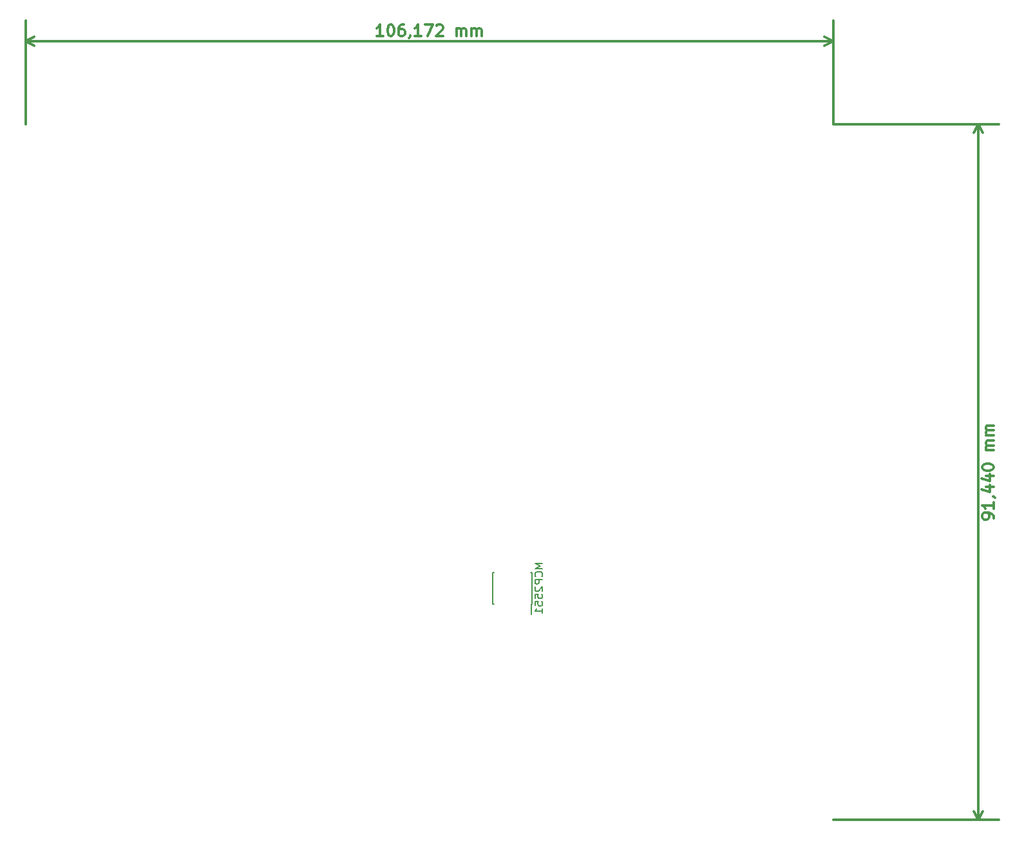
<source format=gbo>
G04 #@! TF.GenerationSoftware,KiCad,Pcbnew,5.0.0-rc1-44a33f2~62~ubuntu16.04.1*
G04 #@! TF.CreationDate,2018-05-19T12:26:42+02:00*
G04 #@! TF.ProjectId,shield2018,736869656C64323031382E6B69636164,1.0*
G04 #@! TF.SameCoordinates,Original*
G04 #@! TF.FileFunction,Legend,Bot*
G04 #@! TF.FilePolarity,Positive*
%FSLAX46Y46*%
G04 Gerber Fmt 4.6, Leading zero omitted, Abs format (unit mm)*
G04 Created by KiCad (PCBNEW 5.0.0-rc1-44a33f2~62~ubuntu16.04.1) date Sat May 19 12:26:42 2018*
%MOMM*%
%LPD*%
G01*
G04 APERTURE LIST*
%ADD10C,0.300000*%
%ADD11C,0.150000*%
G04 APERTURE END LIST*
D10*
X104926571Y-59526572D02*
X104069428Y-59526572D01*
X104498000Y-59526572D02*
X104498000Y-58026572D01*
X104355142Y-58240858D01*
X104212285Y-58383715D01*
X104069428Y-58455143D01*
X105855142Y-58026572D02*
X105998000Y-58026572D01*
X106140857Y-58098001D01*
X106212285Y-58169429D01*
X106283714Y-58312286D01*
X106355142Y-58598001D01*
X106355142Y-58955143D01*
X106283714Y-59240858D01*
X106212285Y-59383715D01*
X106140857Y-59455143D01*
X105998000Y-59526572D01*
X105855142Y-59526572D01*
X105712285Y-59455143D01*
X105640857Y-59383715D01*
X105569428Y-59240858D01*
X105498000Y-58955143D01*
X105498000Y-58598001D01*
X105569428Y-58312286D01*
X105640857Y-58169429D01*
X105712285Y-58098001D01*
X105855142Y-58026572D01*
X107640857Y-58026572D02*
X107355142Y-58026572D01*
X107212285Y-58098001D01*
X107140857Y-58169429D01*
X106998000Y-58383715D01*
X106926571Y-58669429D01*
X106926571Y-59240858D01*
X106998000Y-59383715D01*
X107069428Y-59455143D01*
X107212285Y-59526572D01*
X107498000Y-59526572D01*
X107640857Y-59455143D01*
X107712285Y-59383715D01*
X107783714Y-59240858D01*
X107783714Y-58883715D01*
X107712285Y-58740858D01*
X107640857Y-58669429D01*
X107498000Y-58598001D01*
X107212285Y-58598001D01*
X107069428Y-58669429D01*
X106998000Y-58740858D01*
X106926571Y-58883715D01*
X108498000Y-59455143D02*
X108498000Y-59526572D01*
X108426571Y-59669429D01*
X108355142Y-59740858D01*
X109926571Y-59526572D02*
X109069428Y-59526572D01*
X109498000Y-59526572D02*
X109498000Y-58026572D01*
X109355142Y-58240858D01*
X109212285Y-58383715D01*
X109069428Y-58455143D01*
X110426571Y-58026572D02*
X111426571Y-58026572D01*
X110783714Y-59526572D01*
X111926571Y-58169429D02*
X111998000Y-58098001D01*
X112140857Y-58026572D01*
X112498000Y-58026572D01*
X112640857Y-58098001D01*
X112712285Y-58169429D01*
X112783714Y-58312286D01*
X112783714Y-58455143D01*
X112712285Y-58669429D01*
X111855142Y-59526572D01*
X112783714Y-59526572D01*
X114569428Y-59526572D02*
X114569428Y-58526572D01*
X114569428Y-58669429D02*
X114640857Y-58598001D01*
X114783714Y-58526572D01*
X114998000Y-58526572D01*
X115140857Y-58598001D01*
X115212285Y-58740858D01*
X115212285Y-59526572D01*
X115212285Y-58740858D02*
X115283714Y-58598001D01*
X115426571Y-58526572D01*
X115640857Y-58526572D01*
X115783714Y-58598001D01*
X115855142Y-58740858D01*
X115855142Y-59526572D01*
X116569428Y-59526572D02*
X116569428Y-58526572D01*
X116569428Y-58669429D02*
X116640857Y-58598001D01*
X116783714Y-58526572D01*
X116998000Y-58526572D01*
X117140857Y-58598001D01*
X117212285Y-58740858D01*
X117212285Y-59526572D01*
X117212285Y-58740858D02*
X117283714Y-58598001D01*
X117426571Y-58526572D01*
X117640857Y-58526572D01*
X117783714Y-58598001D01*
X117855142Y-58740858D01*
X117855142Y-59526572D01*
X164084000Y-60198001D02*
X57912000Y-60198001D01*
X164084000Y-71120000D02*
X164084000Y-57498001D01*
X57912000Y-71120000D02*
X57912000Y-57498001D01*
X57912000Y-60198001D02*
X59038504Y-59611580D01*
X57912000Y-60198001D02*
X59038504Y-60784422D01*
X164084000Y-60198001D02*
X162957496Y-59611580D01*
X164084000Y-60198001D02*
X162957496Y-60784422D01*
X185162571Y-122911428D02*
X185162571Y-122625714D01*
X185091142Y-122482857D01*
X185019714Y-122411428D01*
X184805428Y-122268571D01*
X184519714Y-122197142D01*
X183948285Y-122197142D01*
X183805428Y-122268571D01*
X183734000Y-122340000D01*
X183662571Y-122482857D01*
X183662571Y-122768571D01*
X183734000Y-122911428D01*
X183805428Y-122982857D01*
X183948285Y-123054285D01*
X184305428Y-123054285D01*
X184448285Y-122982857D01*
X184519714Y-122911428D01*
X184591142Y-122768571D01*
X184591142Y-122482857D01*
X184519714Y-122340000D01*
X184448285Y-122268571D01*
X184305428Y-122197142D01*
X185162571Y-120768571D02*
X185162571Y-121625714D01*
X185162571Y-121197142D02*
X183662571Y-121197142D01*
X183876857Y-121340000D01*
X184019714Y-121482857D01*
X184091142Y-121625714D01*
X185091142Y-120054285D02*
X185162571Y-120054285D01*
X185305428Y-120125714D01*
X185376857Y-120197142D01*
X184162571Y-118768571D02*
X185162571Y-118768571D01*
X183591142Y-119125714D02*
X184662571Y-119482857D01*
X184662571Y-118554285D01*
X184162571Y-117340000D02*
X185162571Y-117340000D01*
X183591142Y-117697142D02*
X184662571Y-118054285D01*
X184662571Y-117125714D01*
X183662571Y-116268571D02*
X183662571Y-116125714D01*
X183734000Y-115982857D01*
X183805428Y-115911428D01*
X183948285Y-115840000D01*
X184234000Y-115768571D01*
X184591142Y-115768571D01*
X184876857Y-115840000D01*
X185019714Y-115911428D01*
X185091142Y-115982857D01*
X185162571Y-116125714D01*
X185162571Y-116268571D01*
X185091142Y-116411428D01*
X185019714Y-116482857D01*
X184876857Y-116554285D01*
X184591142Y-116625714D01*
X184234000Y-116625714D01*
X183948285Y-116554285D01*
X183805428Y-116482857D01*
X183734000Y-116411428D01*
X183662571Y-116268571D01*
X185162571Y-113982857D02*
X184162571Y-113982857D01*
X184305428Y-113982857D02*
X184234000Y-113911428D01*
X184162571Y-113768571D01*
X184162571Y-113554285D01*
X184234000Y-113411428D01*
X184376857Y-113340000D01*
X185162571Y-113340000D01*
X184376857Y-113340000D02*
X184234000Y-113268571D01*
X184162571Y-113125714D01*
X184162571Y-112911428D01*
X184234000Y-112768571D01*
X184376857Y-112697142D01*
X185162571Y-112697142D01*
X185162571Y-111982857D02*
X184162571Y-111982857D01*
X184305428Y-111982857D02*
X184234000Y-111911428D01*
X184162571Y-111768571D01*
X184162571Y-111554285D01*
X184234000Y-111411428D01*
X184376857Y-111340000D01*
X185162571Y-111340000D01*
X184376857Y-111340000D02*
X184234000Y-111268571D01*
X184162571Y-111125714D01*
X184162571Y-110911428D01*
X184234000Y-110768571D01*
X184376857Y-110697142D01*
X185162571Y-110697142D01*
X183134000Y-162560000D02*
X183134000Y-71120000D01*
X164084000Y-162560000D02*
X185834000Y-162560000D01*
X164084000Y-71120000D02*
X185834000Y-71120000D01*
X183134000Y-71120000D02*
X183720421Y-72246504D01*
X183134000Y-71120000D02*
X182547579Y-72246504D01*
X183134000Y-162560000D02*
X183720421Y-161433496D01*
X183134000Y-162560000D02*
X182547579Y-161433496D01*
D11*
X124445000Y-134155000D02*
X124445000Y-135555000D01*
X119345000Y-134155000D02*
X119345000Y-130005000D01*
X124495000Y-134155000D02*
X124495000Y-130005000D01*
X119345000Y-134155000D02*
X119490000Y-134155000D01*
X119345000Y-130005000D02*
X119490000Y-130005000D01*
X124495000Y-130005000D02*
X124350000Y-130005000D01*
X124495000Y-134155000D02*
X124445000Y-134155000D01*
X125872380Y-128841904D02*
X124872380Y-128841904D01*
X125586666Y-129175238D01*
X124872380Y-129508571D01*
X125872380Y-129508571D01*
X125777142Y-130556190D02*
X125824761Y-130508571D01*
X125872380Y-130365714D01*
X125872380Y-130270476D01*
X125824761Y-130127619D01*
X125729523Y-130032380D01*
X125634285Y-129984761D01*
X125443809Y-129937142D01*
X125300952Y-129937142D01*
X125110476Y-129984761D01*
X125015238Y-130032380D01*
X124920000Y-130127619D01*
X124872380Y-130270476D01*
X124872380Y-130365714D01*
X124920000Y-130508571D01*
X124967619Y-130556190D01*
X125872380Y-130984761D02*
X124872380Y-130984761D01*
X124872380Y-131365714D01*
X124920000Y-131460952D01*
X124967619Y-131508571D01*
X125062857Y-131556190D01*
X125205714Y-131556190D01*
X125300952Y-131508571D01*
X125348571Y-131460952D01*
X125396190Y-131365714D01*
X125396190Y-130984761D01*
X124967619Y-131937142D02*
X124920000Y-131984761D01*
X124872380Y-132080000D01*
X124872380Y-132318095D01*
X124920000Y-132413333D01*
X124967619Y-132460952D01*
X125062857Y-132508571D01*
X125158095Y-132508571D01*
X125300952Y-132460952D01*
X125872380Y-131889523D01*
X125872380Y-132508571D01*
X124872380Y-133413333D02*
X124872380Y-132937142D01*
X125348571Y-132889523D01*
X125300952Y-132937142D01*
X125253333Y-133032380D01*
X125253333Y-133270476D01*
X125300952Y-133365714D01*
X125348571Y-133413333D01*
X125443809Y-133460952D01*
X125681904Y-133460952D01*
X125777142Y-133413333D01*
X125824761Y-133365714D01*
X125872380Y-133270476D01*
X125872380Y-133032380D01*
X125824761Y-132937142D01*
X125777142Y-132889523D01*
X124872380Y-134365714D02*
X124872380Y-133889523D01*
X125348571Y-133841904D01*
X125300952Y-133889523D01*
X125253333Y-133984761D01*
X125253333Y-134222857D01*
X125300952Y-134318095D01*
X125348571Y-134365714D01*
X125443809Y-134413333D01*
X125681904Y-134413333D01*
X125777142Y-134365714D01*
X125824761Y-134318095D01*
X125872380Y-134222857D01*
X125872380Y-133984761D01*
X125824761Y-133889523D01*
X125777142Y-133841904D01*
X125872380Y-135365714D02*
X125872380Y-134794285D01*
X125872380Y-135080000D02*
X124872380Y-135080000D01*
X125015238Y-134984761D01*
X125110476Y-134889523D01*
X125158095Y-134794285D01*
M02*

</source>
